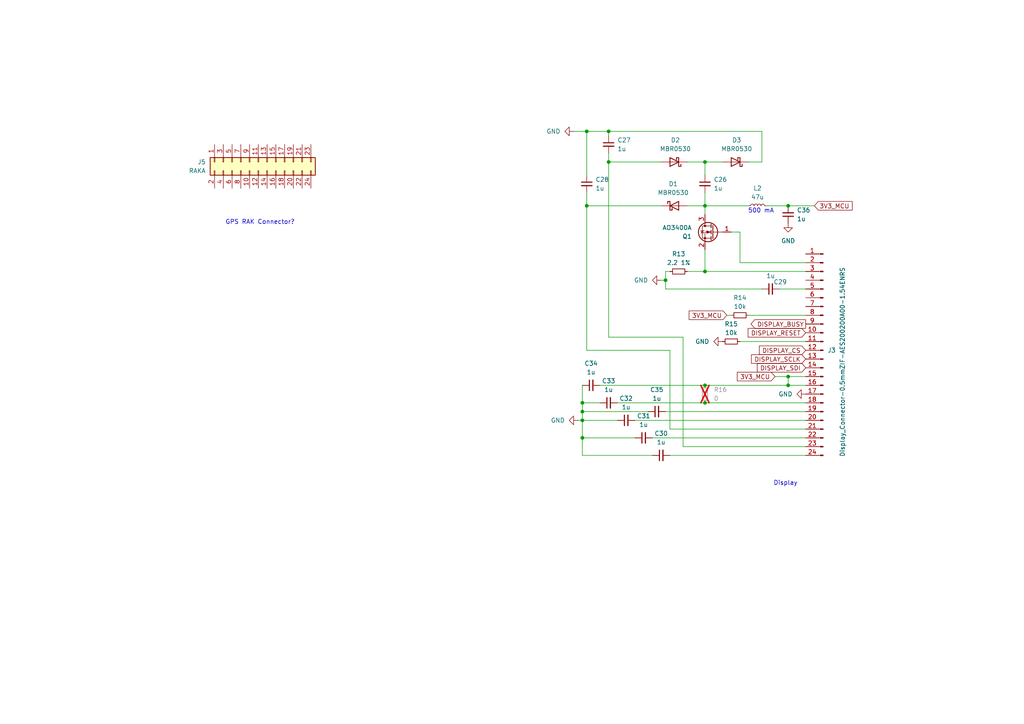
<source format=kicad_sch>
(kicad_sch (version 20250114) (generator "eeschema") (generator_version "9.0")
  (paper "A4")
  (lib_symbols
    (symbol "Connector:Conn_01x24_Pin" (pin_names (offset 1.016) (hide yes))
      (property "Reference" "J" (at 0 30.48 0))
      (property "Value" "Conn_01x24_Pin" (at 0 -33.02 0))
      (symbol "Conn_01x24_Pin_1_1"
        (rectangle (start 0.8636 28.067) (end 0 27.813) (stroke (width 0.1524)) (fill (type outline)))
        (rectangle (start 0.8636 25.527) (end 0 25.273) (stroke (width 0.1524)) (fill (type outline)))
        (rectangle (start 0.8636 22.987) (end 0 22.733) (stroke (width 0.1524)) (fill (type outline)))
        (rectangle (start 0.8636 20.447) (end 0 20.193) (stroke (width 0.1524)) (fill (type outline)))
        (rectangle (start 0.8636 17.907) (end 0 17.653) (stroke (width 0.1524)) (fill (type outline)))
        (rectangle (start 0.8636 15.367) (end 0 15.113) (stroke (width 0.1524)) (fill (type outline)))
        (rectangle (start 0.8636 12.827) (end 0 12.573) (stroke (width 0.1524)) (fill (type outline)))
        (rectangle (start 0.8636 10.287) (end 0 10.033) (stroke (width 0.1524)) (fill (type outline)))
        (rectangle (start 0.8636 7.747) (end 0 7.493) (stroke (width 0.1524)) (fill (type outline)))
        (rectangle (start 0.8636 5.207) (end 0 4.953) (stroke (width 0.1524)) (fill (type outline)))
        (rectangle (start 0.8636 2.667) (end 0 2.413) (stroke (width 0.1524)) (fill (type outline)))
        (rectangle (start 0.8636 0.127) (end 0 -0.127) (stroke (width 0.1524)) (fill (type outline)))
        (rectangle (start 0.8636 -2.413) (end 0 -2.667) (stroke (width 0.1524)) (fill (type outline)))
        (rectangle (start 0.8636 -4.953) (end 0 -5.207) (stroke (width 0.1524)) (fill (type outline)))
        (rectangle (start 0.8636 -7.493) (end 0 -7.747) (stroke (width 0.1524)) (fill (type outline)))
        (rectangle (start 0.8636 -10.033) (end 0 -10.287) (stroke (width 0.1524)) (fill (type outline)))
        (rectangle (start 0.8636 -12.573) (end 0 -12.827) (stroke (width 0.1524)) (fill (type outline)))
        (rectangle (start 0.8636 -15.113) (end 0 -15.367) (stroke (width 0.1524)) (fill (type outline)))
        (rectangle (start 0.8636 -17.653) (end 0 -17.907) (stroke (width 0.1524)) (fill (type outline)))
        (rectangle (start 0.8636 -20.193) (end 0 -20.447) (stroke (width 0.1524)) (fill (type outline)))
        (rectangle (start 0.8636 -22.733) (end 0 -22.987) (stroke (width 0.1524)) (fill (type outline)))
        (rectangle (start 0.8636 -25.273) (end 0 -25.527) (stroke (width 0.1524)) (fill (type outline)))
        (rectangle (start 0.8636 -27.813) (end 0 -28.067) (stroke (width 0.1524)) (fill (type outline)))
        (rectangle (start 0.8636 -30.353) (end 0 -30.607) (stroke (width 0.1524)) (fill (type outline)))
        (polyline (pts (xy 1.27 27.94) (xy 0.8636 27.94)) (stroke (width 0.1524)))
        (polyline (pts (xy 1.27 25.4) (xy 0.8636 25.4)) (stroke (width 0.1524)))
        (polyline (pts (xy 1.27 22.86) (xy 0.8636 22.86)) (stroke (width 0.1524)))
        (polyline (pts (xy 1.27 20.32) (xy 0.8636 20.32)) (stroke (width 0.1524)))
        (polyline (pts (xy 1.27 17.78) (xy 0.8636 17.78)) (stroke (width 0.1524)))
        (polyline (pts (xy 1.27 15.24) (xy 0.8636 15.24)) (stroke (width 0.1524)))
        (polyline (pts (xy 1.27 12.7) (xy 0.8636 12.7)) (stroke (width 0.1524)))
        (polyline (pts (xy 1.27 10.16) (xy 0.8636 10.16)) (stroke (width 0.1524)))
        (polyline (pts (xy 1.27 7.62) (xy 0.8636 7.62)) (stroke (width 0.1524)))
        (polyline (pts (xy 1.27 5.08) (xy 0.8636 5.08)) (stroke (width 0.1524)))
        (polyline (pts (xy 1.27 2.54) (xy 0.8636 2.54)) (stroke (width 0.1524)))
        (polyline (pts (xy 1.27 0) (xy 0.8636 0)) (stroke (width 0.1524)))
        (polyline (pts (xy 1.27 -2.54) (xy 0.8636 -2.54)) (stroke (width 0.1524)))
        (polyline (pts (xy 1.27 -5.08) (xy 0.8636 -5.08)) (stroke (width 0.1524)))
        (polyline (pts (xy 1.27 -7.62) (xy 0.8636 -7.62)) (stroke (width 0.1524)))
        (polyline (pts (xy 1.27 -10.16) (xy 0.8636 -10.16)) (stroke (width 0.1524)))
        (polyline (pts (xy 1.27 -12.7) (xy 0.8636 -12.7)) (stroke (width 0.1524)))
        (polyline (pts (xy 1.27 -15.24) (xy 0.8636 -15.24)) (stroke (width 0.1524)))
        (polyline (pts (xy 1.27 -17.78) (xy 0.8636 -17.78)) (stroke (width 0.1524)))
        (polyline (pts (xy 1.27 -20.32) (xy 0.8636 -20.32)) (stroke (width 0.1524)))
        (polyline (pts (xy 1.27 -22.86) (xy 0.8636 -22.86)) (stroke (width 0.1524)))
        (polyline (pts (xy 1.27 -25.4) (xy 0.8636 -25.4)) (stroke (width 0.1524)))
        (polyline (pts (xy 1.27 -27.94) (xy 0.8636 -27.94)) (stroke (width 0.1524)))
        (polyline (pts (xy 1.27 -30.48) (xy 0.8636 -30.48)) (stroke (width 0.1524)))
        (pin passive line (at 5.08 27.94 180) (length 3.81) (name "Pin_1") (number "1"))
        (pin passive line (at 5.08 25.4 180) (length 3.81) (name "Pin_2") (number "2"))
        (pin passive line (at 5.08 22.86 180) (length 3.81) (name "Pin_3") (number "3"))
        (pin passive line (at 5.08 20.32 180) (length 3.81) (name "Pin_4") (number "4"))
        (pin passive line (at 5.08 17.78 180) (length 3.81) (name "Pin_5") (number "5"))
        (pin passive line (at 5.08 15.24 180) (length 3.81) (name "Pin_6") (number "6"))
        (pin passive line (at 5.08 12.7 180) (length 3.81) (name "Pin_7") (number "7"))
        (pin passive line (at 5.08 10.16 180) (length 3.81) (name "Pin_8") (number "8"))
        (pin passive line (at 5.08 7.62 180) (length 3.81) (name "Pin_9") (number "9"))
        (pin passive line (at 5.08 5.08 180) (length 3.81) (name "Pin_10") (number "10"))
        (pin passive line (at 5.08 2.54 180) (length 3.81) (name "Pin_11") (number "11"))
        (pin passive line (at 5.08 0 180) (length 3.81) (name "Pin_12") (number "12"))
        (pin passive line (at 5.08 -2.54 180) (length 3.81) (name "Pin_13") (number "13"))
        (pin passive line (at 5.08 -5.08 180) (length 3.81) (name "Pin_14") (number "14"))
        (pin passive line (at 5.08 -7.62 180) (length 3.81) (name "Pin_15") (number "15"))
        (pin passive line (at 5.08 -10.16 180) (length 3.81) (name "Pin_16") (number "16"))
        (pin passive line (at 5.08 -12.7 180) (length 3.81) (name "Pin_17") (number "17"))
        (pin passive line (at 5.08 -15.24 180) (length 3.81) (name "Pin_18") (number "18"))
        (pin passive line (at 5.08 -17.78 180) (length 3.81) (name "Pin_19") (number "19"))
        (pin passive line (at 5.08 -20.32 180) (length 3.81) (name "Pin_20") (number "20"))
        (pin passive line (at 5.08 -22.86 180) (length 3.81) (name "Pin_21") (number "21"))
        (pin passive line (at 5.08 -25.4 180) (length 3.81) (name "Pin_22") (number "22"))
        (pin passive line (at 5.08 -27.94 180) (length 3.81) (name "Pin_23") (number "23"))
        (pin passive line (at 5.08 -30.48 180) (length 3.81) (name "Pin_24") (number "24"))
      )
    )
    (symbol "Connector_Generic:Conn_02x12_Odd_Even" (pin_names (offset 1.016) (hide yes))
      (property "Reference" "J" (at 1.27 15.24 0))
      (property "Value" "Conn_02x12_Odd_Even" (at 1.27 -17.78 0))
      (symbol "Conn_02x12_Odd_Even_1_1"
        (rectangle (start -1.27 13.97) (end 3.81 -16.51) (stroke (width 0.254)) (fill (type background)))
        (rectangle (start -1.27 12.827) (end 0 12.573) (stroke (width 0.1524)))
        (rectangle (start -1.27 10.287) (end 0 10.033) (stroke (width 0.1524)))
        (rectangle (start -1.27 7.747) (end 0 7.493) (stroke (width 0.1524)))
        (rectangle (start -1.27 5.207) (end 0 4.953) (stroke (width 0.1524)))
        (rectangle (start -1.27 2.667) (end 0 2.413) (stroke (width 0.1524)))
        (rectangle (start -1.27 0.127) (end 0 -0.127) (stroke (width 0.1524)))
        (rectangle (start -1.27 -2.413) (end 0 -2.667) (stroke (width 0.1524)))
        (rectangle (start -1.27 -4.953) (end 0 -5.207) (stroke (width 0.1524)))
        (rectangle (start -1.27 -7.493) (end 0 -7.747) (stroke (width 0.1524)))
        (rectangle (start -1.27 -10.033) (end 0 -10.287) (stroke (width 0.1524)))
        (rectangle (start -1.27 -12.573) (end 0 -12.827) (stroke (width 0.1524)))
        (rectangle (start -1.27 -15.113) (end 0 -15.367) (stroke (width 0.1524)))
        (rectangle (start 3.81 12.827) (end 2.54 12.573) (stroke (width 0.1524)))
        (rectangle (start 3.81 10.287) (end 2.54 10.033) (stroke (width 0.1524)))
        (rectangle (start 3.81 7.747) (end 2.54 7.493) (stroke (width 0.1524)))
        (rectangle (start 3.81 5.207) (end 2.54 4.953) (stroke (width 0.1524)))
        (rectangle (start 3.81 2.667) (end 2.54 2.413) (stroke (width 0.1524)))
        (rectangle (start 3.81 0.127) (end 2.54 -0.127) (stroke (width 0.1524)))
        (rectangle (start 3.81 -2.413) (end 2.54 -2.667) (stroke (width 0.1524)))
        (rectangle (start 3.81 -4.953) (end 2.54 -5.207) (stroke (width 0.1524)))
        (rectangle (start 3.81 -7.493) (end 2.54 -7.747) (stroke (width 0.1524)))
        (rectangle (start 3.81 -10.033) (end 2.54 -10.287) (stroke (width 0.1524)))
        (rectangle (start 3.81 -12.573) (end 2.54 -12.827) (stroke (width 0.1524)))
        (rectangle (start 3.81 -15.113) (end 2.54 -15.367) (stroke (width 0.1524)))
        (pin passive line (at -5.08 12.7 0) (length 3.81) (name "Pin_1") (number "1"))
        (pin passive line (at -5.08 10.16 0) (length 3.81) (name "Pin_3") (number "3"))
        (pin passive line (at -5.08 7.62 0) (length 3.81) (name "Pin_5") (number "5"))
        (pin passive line (at -5.08 5.08 0) (length 3.81) (name "Pin_7") (number "7"))
        (pin passive line (at -5.08 2.54 0) (length 3.81) (name "Pin_9") (number "9"))
        (pin passive line (at -5.08 0 0) (length 3.81) (name "Pin_11") (number "11"))
        (pin passive line (at -5.08 -2.54 0) (length 3.81) (name "Pin_13") (number "13"))
        (pin passive line (at -5.08 -5.08 0) (length 3.81) (name "Pin_15") (number "15"))
        (pin passive line (at -5.08 -7.62 0) (length 3.81) (name "Pin_17") (number "17"))
        (pin passive line (at -5.08 -10.16 0) (length 3.81) (name "Pin_19") (number "19"))
        (pin passive line (at -5.08 -12.7 0) (length 3.81) (name "Pin_21") (number "21"))
        (pin passive line (at -5.08 -15.24 0) (length 3.81) (name "Pin_23") (number "23"))
        (pin passive line (at 7.62 12.7 180) (length 3.81) (name "Pin_2") (number "2"))
        (pin passive line (at 7.62 10.16 180) (length 3.81) (name "Pin_4") (number "4"))
        (pin passive line (at 7.62 7.62 180) (length 3.81) (name "Pin_6") (number "6"))
        (pin passive line (at 7.62 5.08 180) (length 3.81) (name "Pin_8") (number "8"))
        (pin passive line (at 7.62 2.54 180) (length 3.81) (name "Pin_10") (number "10"))
        (pin passive line (at 7.62 0 180) (length 3.81) (name "Pin_12") (number "12"))
        (pin passive line (at 7.62 -2.54 180) (length 3.81) (name "Pin_14") (number "14"))
        (pin passive line (at 7.62 -5.08 180) (length 3.81) (name "Pin_16") (number "16"))
        (pin passive line (at 7.62 -7.62 180) (length 3.81) (name "Pin_18") (number "18"))
        (pin passive line (at 7.62 -10.16 180) (length 3.81) (name "Pin_20") (number "20"))
        (pin passive line (at 7.62 -12.7 180) (length 3.81) (name "Pin_22") (number "22"))
        (pin passive line (at 7.62 -15.24 180) (length 3.81) (name "Pin_24") (number "24"))
      )
    )
    (symbol "Device:C_Small" (pin_numbers (hide yes)) (pin_names (offset 0.254) (hide yes))
      (property "Reference" "C" (at 0.254 1.778 0))
      (property "Value" "C_Small" (at 0.254 -2.032 0))
      (symbol "C_Small_0_1"
        (polyline (pts (xy -1.524 0.508) (xy 1.524 0.508)) (stroke (width 0.3048)))
        (polyline (pts (xy -1.524 -0.508) (xy 1.524 -0.508)) (stroke (width 0.3302)))
      )
      (symbol "C_Small_1_1"
        (pin passive line (at 0 2.54 270) (length 2.032) (name "~") (number "1"))
        (pin passive line (at 0 -2.54 90) (length 2.032) (name "~") (number "2"))
      )
    )
    (symbol "Device:L_Small" (pin_numbers (hide yes)) (pin_names (offset 0.254) (hide yes))
      (property "Reference" "L" (at 0.762 1.016 0))
      (property "Value" "L_Small" (at 0.762 -1.016 0))
      (symbol "L_Small_0_1"
        (arc (start 0 2.032) (mid 0.5058 1.524) (end 0 1.016))
        (arc (start 0 1.016) (mid 0.5058 0.508) (end 0 0))
        (arc (start 0 0) (mid 0.5058 -0.508) (end 0 -1.016))
        (arc (start 0 -1.016) (mid 0.5058 -1.524) (end 0 -2.032))
      )
      (symbol "L_Small_1_1"
        (pin passive line (at 0 2.54 270) (length 0.508) (name "~") (number "1"))
        (pin passive line (at 0 -2.54 90) (length 0.508) (name "~") (number "2"))
      )
    )
    (symbol "Device:R_Small" (pin_numbers (hide yes)) (pin_names (offset 0.254) (hide yes))
      (property "Reference" "R" (at 0.762 0.508 0))
      (property "Value" "R_Small" (at 0.762 -1.016 0))
      (symbol "R_Small_0_1"
        (rectangle (start -0.762 1.778) (end 0.762 -1.778) (stroke (width 0.2032)))
      )
      (symbol "R_Small_1_1"
        (pin passive line (at 0 2.54 270) (length 0.762) (name "~") (number "1"))
        (pin passive line (at 0 -2.54 90) (length 0.762) (name "~") (number "2"))
      )
    )
    (symbol "Diode:MBR0530" (pin_numbers (hide yes)) (pin_names (offset 1.016) (hide yes))
      (property "Reference" "D" (at 0 2.54 0))
      (property "Value" "MBR0530" (at 0 -2.54 0))
      (symbol "MBR0530_0_1"
        (polyline (pts (xy -1.905 0.635) (xy -1.905 1.27) (xy -1.27 1.27) (xy -1.27 -1.27) (xy -0.635 -1.27) (xy -0.635 -0.635)) (stroke (width 0.254)))
        (polyline (pts (xy 1.27 1.27) (xy 1.27 -1.27) (xy -1.27 0) (xy 1.27 1.27)) (stroke (width 0.254)))
        (polyline (pts (xy 1.27 0) (xy -1.27 0)))
      )
      (symbol "MBR0530_1_1"
        (pin passive line (at -3.81 0 0) (length 2.54) (name "K") (number "1"))
        (pin passive line (at 3.81 0 180) (length 2.54) (name "A") (number "2"))
      )
    )
    (symbol "Transistor_FET:AO3400A" (pin_names (hide yes))
      (property "Reference" "Q" (at 5.08 1.905 0))
      (property "Value" "AO3400A" (at 5.08 0 0))
      (symbol "AO3400A_0_1"
        (polyline (pts (xy 0.254 1.905) (xy 0.254 -1.905)) (stroke (width 0.254)))
        (polyline (pts (xy 0.254 0) (xy -2.54 0)))
        (polyline (pts (xy 0.762 2.286) (xy 0.762 1.27)) (stroke (width 0.254)))
        (polyline (pts (xy 0.762 0.508) (xy 0.762 -0.508)) (stroke (width 0.254)))
        (polyline (pts (xy 0.762 -1.27) (xy 0.762 -2.286)) (stroke (width 0.254)))
        (polyline (pts (xy 0.762 -1.778) (xy 3.302 -1.778) (xy 3.302 1.778) (xy 0.762 1.778)))
        (polyline (pts (xy 1.016 0) (xy 2.032 0.381) (xy 2.032 -0.381) (xy 1.016 0)) (fill (type outline)))
        (circle (center 1.651 0) (radius 2.794) (stroke (width 0.254)))
        (polyline (pts (xy 2.54 2.54) (xy 2.54 1.778)))
        (circle (center 2.54 1.778) (radius 0.254) (fill (type outline)))
        (circle (center 2.54 -1.778) (radius 0.254) (fill (type outline)))
        (polyline (pts (xy 2.54 -2.54) (xy 2.54 0) (xy 0.762 0)))
        (polyline (pts (xy 2.794 0.508) (xy 2.921 0.381) (xy 3.683 0.381) (xy 3.81 0.254)))
        (polyline (pts (xy 3.302 0.381) (xy 2.921 -0.254) (xy 3.683 -0.254) (xy 3.302 0.381)))
      )
      (symbol "AO3400A_1_1"
        (pin input line (at -5.08 0 0) (length 2.54) (name "G") (number "1"))
        (pin passive line (at 2.54 5.08 270) (length 2.54) (name "D") (number "3"))
        (pin passive line (at 2.54 -5.08 90) (length 2.54) (name "S") (number "2"))
      )
    )
    (symbol "power:GND" (power) (pin_numbers (hide yes)) (pin_names (offset 0) (hide yes))
      (property "Value" "GND" (at 0 -3.81 0))
      (symbol "GND_0_1"
        (polyline (pts (xy 0 0) (xy 0 -1.27) (xy 1.27 -1.27) (xy 0 -2.54) (xy -1.27 -1.27) (xy 0 -1.27)))
      )
      (symbol "GND_1_1"
        (pin power_in line (at 0 0 270) (length 0) (name "~") (number "1"))
      )
    )
  )
  (text "GPS RAK Connector?\n" (at 75.438 64.516 0) (effects (font (size 1.27 1.27))))
  (text "Display\n" (at 227.838 140.208 0) (effects (font (size 1.27 1.27))))
  (text "500 mA" (at 220.726 61.214 0) (effects (font (size 1.27 1.27))))
  (junction (at 228.6 111.76))
  (junction (at 204.47 111.76))
  (junction (at 176.53 38.1))
  (junction (at 170.18 59.69))
  (junction (at 228.6 109.22))
  (junction (at 168.91 119.38))
  (junction (at 204.47 46.99))
  (junction (at 204.47 78.74))
  (junction (at 168.91 116.84))
  (junction (at 204.47 59.69))
  (junction (at 204.47 116.84))
  (junction (at 170.18 38.1))
  (junction (at 176.53 46.99))
  (junction (at 168.91 121.92))
  (junction (at 193.04 81.28))
  (junction (at 168.91 127))
  (junction (at 228.6 59.69))
  (wire (pts (xy 233.68 129.54) (xy 198.12 129.54)))
  (wire (pts (xy 179.07 116.84) (xy 204.47 116.84)))
  (wire (pts (xy 199.39 46.99) (xy 204.47 46.99)))
  (wire (pts (xy 194.31 124.46) (xy 233.68 124.46)))
  (wire (pts (xy 233.68 109.22) (xy 228.6 109.22)))
  (wire (pts (xy 193.04 119.38) (xy 233.68 119.38)))
  (wire (pts (xy 214.63 99.06) (xy 233.68 99.06)))
  (wire (pts (xy 233.68 76.2) (xy 214.63 76.2)))
  (wire (pts (xy 194.31 101.6) (xy 170.18 101.6)))
  (wire (pts (xy 193.04 81.28) (xy 193.04 83.82)))
  (wire (pts (xy 168.91 116.84) (xy 173.99 116.84)))
  (wire (pts (xy 212.09 91.44) (xy 210.82 91.44)))
  (wire (pts (xy 167.64 121.92) (xy 168.91 121.92)))
  (wire (pts (xy 217.17 46.99) (xy 220.98 46.99)))
  (wire (pts (xy 168.91 127) (xy 168.91 132.08)))
  (wire (pts (xy 217.17 91.44) (xy 233.68 91.44)))
  (wire (pts (xy 176.53 46.99) (xy 191.77 46.99)))
  (wire (pts (xy 168.91 119.38) (xy 187.96 119.38)))
  (wire (pts (xy 170.18 59.69) (xy 170.18 55.88)))
  (wire (pts (xy 226.06 83.82) (xy 233.68 83.82)))
  (wire (pts (xy 204.47 59.69) (xy 204.47 62.23)))
  (wire (pts (xy 193.04 81.28) (xy 191.77 81.28)))
  (wire (pts (xy 173.99 111.76) (xy 204.47 111.76)))
  (wire (pts (xy 222.25 59.69) (xy 228.6 59.69)))
  (wire (pts (xy 168.91 119.38) (xy 168.91 121.92)))
  (wire (pts (xy 204.47 111.76) (xy 228.6 111.76)))
  (wire (pts (xy 176.53 38.1) (xy 176.53 39.37)))
  (wire (pts (xy 168.91 111.76) (xy 168.91 116.84)))
  (wire (pts (xy 168.91 121.92) (xy 168.91 127)))
  (wire (pts (xy 204.47 59.69) (xy 217.17 59.69)))
  (wire (pts (xy 204.47 78.74) (xy 233.68 78.74)))
  (wire (pts (xy 170.18 38.1) (xy 170.18 50.8)))
  (wire (pts (xy 194.31 124.46) (xy 194.31 101.6)))
  (wire (pts (xy 168.91 127) (xy 184.15 127)))
  (wire (pts (xy 194.31 78.74) (xy 193.04 78.74)))
  (wire (pts (xy 204.47 55.88) (xy 204.47 59.69)))
  (wire (pts (xy 170.18 101.6) (xy 170.18 59.69)))
  (wire (pts (xy 191.77 59.69) (xy 170.18 59.69)))
  (wire (pts (xy 189.23 127) (xy 233.68 127)))
  (wire (pts (xy 228.6 109.22) (xy 224.79 109.22)))
  (wire (pts (xy 168.91 116.84) (xy 168.91 119.38)))
  (wire (pts (xy 214.63 76.2) (xy 214.63 67.31)))
  (wire (pts (xy 199.39 59.69) (xy 204.47 59.69)))
  (wire (pts (xy 176.53 44.45) (xy 176.53 46.99)))
  (wire (pts (xy 176.53 97.79) (xy 176.53 46.99)))
  (wire (pts (xy 220.98 38.1) (xy 176.53 38.1)))
  (wire (pts (xy 194.31 132.08) (xy 233.68 132.08)))
  (wire (pts (xy 198.12 97.79) (xy 176.53 97.79)))
  (wire (pts (xy 220.98 46.99) (xy 220.98 38.1)))
  (wire (pts (xy 228.6 109.22) (xy 228.6 111.76)))
  (wire (pts (xy 198.12 129.54) (xy 198.12 97.79)))
  (wire (pts (xy 166.37 38.1) (xy 170.18 38.1)))
  (wire (pts (xy 168.91 132.08) (xy 189.23 132.08)))
  (wire (pts (xy 184.15 121.92) (xy 233.68 121.92)))
  (wire (pts (xy 170.18 38.1) (xy 176.53 38.1)))
  (wire (pts (xy 214.63 67.31) (xy 212.09 67.31)))
  (wire (pts (xy 199.39 78.74) (xy 204.47 78.74)))
  (wire (pts (xy 168.91 121.92) (xy 179.07 121.92)))
  (wire (pts (xy 204.47 72.39) (xy 204.47 78.74)))
  (wire (pts (xy 204.47 46.99) (xy 204.47 50.8)))
  (wire (pts (xy 228.6 59.69) (xy 236.22 59.69)))
  (wire (pts (xy 204.47 116.84) (xy 233.68 116.84)))
  (wire (pts (xy 193.04 83.82) (xy 220.98 83.82)))
  (wire (pts (xy 193.04 78.74) (xy 193.04 81.28)))
  (wire (pts (xy 228.6 111.76) (xy 233.68 111.76)))
  (wire (pts (xy 204.47 46.99) (xy 209.55 46.99)))
  (global_label "DISPLAY_SCLK" (shape input) (at 233.68 104.14 180) (property "Intersheetrefs" "${INTERSHEET_REFS}" (effects (hide yes))))
  (global_label "DISPLAY_SDI" (shape input) (at 233.68 106.68 180) (property "Intersheetrefs" "${INTERSHEET_REFS}" (effects (hide yes))))
  (global_label "DISPLAY_CS" (shape input) (at 233.68 101.6 180) (property "Intersheetrefs" "${INTERSHEET_REFS}" (effects (hide yes))))
  (global_label "3V3_MCU" (shape input) (at 236.22 59.69 0) (property "Intersheetrefs" "${INTERSHEET_REFS}" (effects (hide yes))))
  (global_label "3V3_MCU" (shape input) (at 210.82 91.44 180) (property "Intersheetrefs" "${INTERSHEET_REFS}" (effects (hide yes))))
  (global_label "DISPLAY_RESET" (shape input) (at 233.68 96.52 180) (property "Intersheetrefs" "${INTERSHEET_REFS}" (effects (hide yes))))
  (global_label "3V3_MCU" (shape input) (at 224.79 109.22 180) (property "Intersheetrefs" "${INTERSHEET_REFS}" (effects (hide yes))))
  (global_label "DISPLAY_BUSY" (shape output) (at 233.68 93.98 180) (property "Intersheetrefs" "${INTERSHEET_REFS}" (effects (hide yes))))
  (symbol (lib_id "Device:C_Small") (at 176.53 116.84 90) (unit 1)
    (property "Reference" "C33" (at 176.5363 110.49 90))
    (property "Value" "1u" (at 176.5363 113.03 90))
    (property "Description" "Unpolarized capacitor, small symbol" (effects (hide yes)))
  )
  (symbol (lib_id "power:GND") (at 233.68 114.3 270) (unit 1)
    (property "Reference" "#PWR022" (effects (hide yes)))
    (property "Value" "GND" (at 229.87 114.2999 90) (effects (justify right)))
    (property "Description" "Power symbol creates a global label with name \"GND\" , ground" (effects (hide yes)))
  )
  (symbol (lib_id "Device:R_Small") (at 204.47 114.3 0) (unit 1) (dnp yes)
    (property "Reference" "R16" (at 207.01 113.0299 0) (effects (justify left)))
    (property "Value" "0" (at 207.01 115.5699 0) (effects (justify left)))
    (property "Description" "Resistor, small symbol" (effects (hide yes)))
  )
  (symbol (lib_id "Device:C_Small") (at 171.45 111.76 90) (unit 1)
    (property "Reference" "C34" (at 171.4563 105.41 90))
    (property "Value" "1u" (at 171.4563 107.95 90))
    (property "Description" "Unpolarized capacitor, small symbol" (effects (hide yes)))
  )
  (symbol (lib_id "Device:C_Small") (at 191.77 132.08 90) (unit 1)
    (property "Reference" "C30" (at 191.7763 125.73 90))
    (property "Value" "1u" (at 191.7763 128.27 90))
    (property "Description" "Unpolarized capacitor, small symbol" (effects (hide yes)))
  )
  (symbol (lib_id "Device:C_Small") (at 181.61 121.92 90) (unit 1)
    (property "Reference" "C32" (at 181.6163 115.57 90))
    (property "Value" "1u" (at 181.6163 118.11 90))
    (property "Description" "Unpolarized capacitor, small symbol" (effects (hide yes)))
  )
  (symbol (lib_id "Device:C_Small") (at 190.5 119.38 90) (unit 1)
    (property "Reference" "C35" (at 190.5063 113.03 90))
    (property "Value" "1u" (at 190.5063 115.57 90))
    (property "Description" "Unpolarized capacitor, small symbol" (effects (hide yes)))
  )
  (symbol (lib_id "Device:C_Small") (at 186.69 127 90) (unit 1)
    (property "Reference" "C31" (at 186.6963 120.65 90))
    (property "Value" "1u" (at 186.6963 123.19 90))
    (property "Description" "Unpolarized capacitor, small symbol" (effects (hide yes)))
  )
  (symbol (lib_id "Device:R_Small") (at 212.09 99.06 270) (unit 1)
    (property "Reference" "R15" (at 212.09 93.98 90))
    (property "Value" "10k" (at 212.09 96.52 90))
    (property "Description" "Resistor, small symbol" (effects (hide yes)))
  )
  (symbol (lib_id "power:GND") (at 191.77 81.28 270) (unit 1)
    (property "Reference" "#PWR015" (effects (hide yes)))
    (property "Value" "GND" (at 187.96 81.2799 90) (effects (justify right)))
    (property "Description" "Power symbol creates a global label with name \"GND\" , ground" (effects (hide yes)))
  )
  (symbol (lib_id "Device:C_Small") (at 170.18 53.34 0) (unit 1)
    (property "Reference" "C28" (at 172.72 52.0762 0) (effects (justify left)))
    (property "Value" "1u" (at 172.72 54.6162 0) (effects (justify left)))
    (property "Description" "Unpolarized capacitor, small symbol" (effects (hide yes)))
  )
  (symbol (lib_id "Diode:MBR0530") (at 213.36 46.99 180) (unit 1)
    (property "Reference" "D3" (at 213.6775 40.64 0))
    (property "Value" "MBR0530" (at 213.6775 43.18 0))
    (property "Footprint" "Diode_SMD:D_SOD-123" (effects (hide yes)))
    (property "Datasheet" "http://www.mccsemi.com/up_pdf/MBR0520~MBR0580(SOD123).pdf" (effects (hide yes)))
    (property "Description" "30V 0.5A Schottky Power Rectifier Diode, SOD-123" (effects (hide yes)))
  )
  (symbol (lib_id "power:GND") (at 166.37 38.1 270) (unit 1)
    (property "Reference" "#PWR019" (effects (hide yes)))
    (property "Value" "GND" (at 162.56 38.0999 90) (effects (justify right)))
    (property "Description" "Power symbol creates a global label with name \"GND\" , ground" (effects (hide yes)))
  )
  (symbol (lib_id "Connector_Generic:Conn_02x12_Odd_Even") (at 74.93 46.99 90) (mirror x) (unit 1)
    (property "Reference" "J5" (at 59.69 46.9899 90) (effects (justify left)))
    (property "Value" "RAKA" (at 59.69 49.5299 90) (effects (justify left)))
    (property "Description" "Generic connector, double row, 02x12, odd/even pin numbering scheme (row 1 odd numbers, row 2 even numbers), script generated (kicad-library-utils/schlib/autogen/connector/)" (effects (hide yes)))
  )
  (symbol (lib_id "Device:R_Small") (at 214.63 91.44 270) (unit 1)
    (property "Reference" "R14" (at 214.63 86.36 90))
    (property "Value" "10k" (at 214.63 88.9 90))
    (property "Description" "Resistor, small symbol" (effects (hide yes)))
  )
  (symbol (lib_id "power:GND") (at 167.64 121.92 270) (unit 1)
    (property "Reference" "#PWR020" (effects (hide yes)))
    (property "Value" "GND" (at 163.83 121.9199 90) (effects (justify right)))
    (property "Description" "Power symbol creates a global label with name \"GND\" , ground" (effects (hide yes)))
  )
  (symbol (lib_id "Device:C_Small") (at 176.53 41.91 0) (unit 1)
    (property "Reference" "C27" (at 179.07 40.6462 0) (effects (justify left)))
    (property "Value" "1u" (at 179.07 43.1862 0) (effects (justify left)))
    (property "Description" "Unpolarized capacitor, small symbol" (effects (hide yes)))
  )
  (symbol (lib_id "Device:R_Small") (at 196.85 78.74 90) (unit 1)
    (property "Reference" "R13" (at 196.85 73.66 90))
    (property "Value" "2.2 1%" (at 196.85 76.2 90))
    (property "Description" "Resistor, small symbol" (effects (hide yes)))
  )
  (symbol (lib_id "Device:C_Small") (at 223.52 83.82 90) (unit 1)
    (property "Reference" "C29" (at 226.314 81.788 90))
    (property "Value" "1u" (at 223.5263 80.01 90))
    (property "Description" "Unpolarized capacitor, small symbol" (effects (hide yes)))
  )
  (symbol (lib_id "power:GND") (at 228.6 64.77 0) (unit 1)
    (property "Reference" "#PWR023" (effects (hide yes)))
    (property "Value" "GND" (at 228.6 69.85 0))
    (property "Description" "Power symbol creates a global label with name \"GND\" , ground" (effects (hide yes)))
  )
  (symbol (lib_id "Device:L_Small") (at 219.71 59.69 90) (unit 1)
    (property "Reference" "L2" (at 219.71 54.61 90))
    (property "Value" "47u" (at 219.71 57.15 90))
    (property "Description" "Inductor, small symbol" (effects (hide yes)))
  )
  (symbol (lib_id "Connector:Conn_01x24_Pin") (at 238.76 101.6 0) (mirror y) (unit 1)
    (property "Reference" "J3" (at 240.03 101.5999 0) (effects (justify right)))
    (property "Value" "Display_Connector-0.5mmZIF-AES200200A00-1.54ENRS" (at 244.348 77.47 90) (effects (justify right)))
    (property "Description" "Generic connector, single row, 01x24, script generated" (effects (hide yes)))
  )
  (symbol (lib_id "Diode:MBR0530") (at 195.58 46.99 180) (unit 1)
    (property "Reference" "D2" (at 195.8975 40.64 0))
    (property "Value" "MBR0530" (at 195.8975 43.18 0))
    (property "Footprint" "Diode_SMD:D_SOD-123" (effects (hide yes)))
    (property "Datasheet" "http://www.mccsemi.com/up_pdf/MBR0520~MBR0580(SOD123).pdf" (effects (hide yes)))
    (property "Description" "30V 0.5A Schottky Power Rectifier Diode, SOD-123" (effects (hide yes)))
  )
  (symbol (lib_id "Transistor_FET:AO3400A") (at 207.01 67.31 0) (mirror y) (unit 1)
    (property "Reference" "Q1" (at 200.66 68.5801 0) (effects (justify left)))
    (property "Value" "AO3400A" (at 200.66 66.0401 0) (effects (justify left)))
    (property "Footprint" "Package_TO_SOT_SMD:SOT-23" (effects (hide yes)))
    (property "Datasheet" "http://www.aosmd.com/pdfs/datasheet/AO3400A.pdf" (effects (hide yes)))
    (property "Description" "30V Vds, 5.7A Id, N-Channel MOSFET, SOT-23" (effects (hide yes)))
  )
  (symbol (lib_id "Device:C_Small") (at 204.47 53.34 0) (unit 1)
    (property "Reference" "C26" (at 207.01 52.0762 0) (effects (justify left)))
    (property "Value" "1u" (at 207.01 54.6162 0) (effects (justify left)))
    (property "Description" "Unpolarized capacitor, small symbol" (effects (hide yes)))
  )
  (symbol (lib_id "Device:C_Small") (at 228.6 62.23 180) (unit 1)
    (property "Reference" "C36" (at 231.14 60.9535 0) (effects (justify right)))
    (property "Value" "1u" (at 231.14 63.4935 0) (effects (justify right)))
    (property "Description" "Unpolarized capacitor, small symbol" (effects (hide yes)))
  )
  (symbol (lib_id "power:GND") (at 209.55 99.06 270) (unit 1)
    (property "Reference" "#PWR021" (effects (hide yes)))
    (property "Value" "GND" (at 205.74 99.0599 90) (effects (justify right)))
    (property "Description" "Power symbol creates a global label with name \"GND\" , ground" (effects (hide yes)))
  )
  (symbol (lib_id "Diode:MBR0530") (at 195.58 59.69 0) (unit 1)
    (property "Reference" "D1" (at 195.2625 53.34 0))
    (property "Value" "MBR0530" (at 195.2625 55.88 0))
    (property "Footprint" "Diode_SMD:D_SOD-123" (effects (hide yes)))
    (property "Datasheet" "http://www.mccsemi.com/up_pdf/MBR0520~MBR0580(SOD123).pdf" (effects (hide yes)))
    (property "Description" "30V 0.5A Schottky Power Rectifier Diode, SOD-123" (effects (hide yes)))
  )
)
</source>
